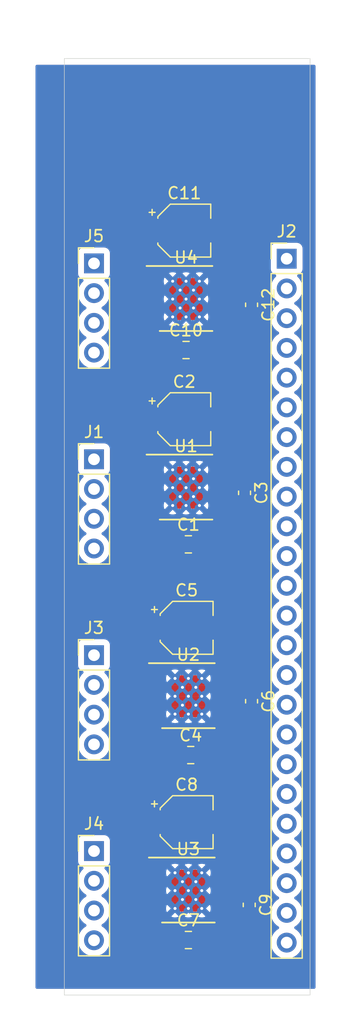
<source format=kicad_pcb>
(kicad_pcb (version 20171130) (host pcbnew 5.1.9-73d0e3b20d~88~ubuntu20.10.1)
  (layers (0 F.Cu signal) (31 B.Cu signal) (34 B.Paste user) (35 F.Paste user) (36 B.SilkS user) (37 F.SilkS user) (38 B.Mask user) (39 F.Mask user) (44 Edge.Cuts user))
  (net 0 "")
  (net 1 +12V)
  (net 2 GND)
  (net 3 "Net-(C3-Pad2)")
  (net 4 /ch1/B1)
  (net 5 /ch1/A2)
  (net 6 /ch1/B2)
  (net 7 /ch1/A1)
  (net 8 "Net-(C6-Pad2)")
  (net 9 "Net-(C9-Pad2)")
  (net 10 "Net-(C12-Pad2)")
  (net 11 B2IN[3])
  (net 12 A2IN[3])
  (net 13 nfault[3])
  (net 14 B2IN[2])
  (net 15 A2IN[2])
  (net 16 nfault[2])
  (net 17 B2IN[1])
  (net 18 A2IN[1])
  (net 19 nfault[1])
  (net 20 B2IN[0])
  (net 21 A2IN[0])
  (net 22 nfault[0])
  (net 23 B1IN[3])
  (net 24 A1IN[3])
  (net 25 nsleep[3])
  (net 26 B1IN[2])
  (net 27 A1IN[2])
  (net 28 nsleep[2])
  (net 29 B1IN[1])
  (net 30 A1IN[1])
  (net 31 nsleep[1])
  (net 32 B1IN[0])
  (net 33 A1IN[0])
  (net 34 nsleep[0])
  (net 35 /sheet604C1C0D/B1)
  (net 36 /sheet604C1C0D/A2)
  (net 37 /sheet604C1C0D/B2)
  (net 38 /sheet604C1C0D/A1)
  (net 39 /sheet604C1CE1/B1)
  (net 40 /sheet604C1CE1/A2)
  (net 41 /sheet604C1CE1/B2)
  (net 42 /sheet604C1CE1/A1)
  (net 43 /sheet604C2040/B1)
  (net 44 /sheet604C2040/A2)
  (net 45 /sheet604C2040/B2)
  (net 46 /sheet604C2040/A1)
  (module Connector_PinHeader_2.54mm:PinHeader_1x04_P2.54mm_Vertical (layer F.Cu) (at 120.533333 72.5)
    (fp_text reference J5 (at 0 -2.33) (layer F.SilkS))
    (fp_text value Conn_01x04_Female)
    (fp_line (start -1.33 8.95) (end 1.33 8.95) (layer F.SilkS) (width 0.12))
    (fp_line (start -1.33 1.27) (end -1.33 8.95) (layer F.SilkS) (width 0.12))
    (fp_line (start 1.33 1.27) (end 1.33 8.95) (layer F.SilkS) (width 0.12))
    (fp_line (start -1.33 1.27) (end 1.33 1.27) (layer F.SilkS) (width 0.12))
    (fp_line (start -1.33 0) (end -1.33 -1.33) (layer F.SilkS) (width 0.12))
    (fp_line (start -1.33 -1.33) (end 0 -1.33) (layer F.SilkS) (width 0.12))
    (pad 4 thru_hole oval (at 0 7.62) (size 1.7 1.7) (drill 1) (layers *.Cu *.Mask) (net 43 /sheet604C2040/B1))
    (pad 3 thru_hole oval (at 0 5.08) (size 1.7 1.7) (drill 1) (layers *.Cu *.Mask) (net 45 /sheet604C2040/B2))
    (pad 2 thru_hole oval (at 0 2.54) (size 1.7 1.7) (drill 1) (layers *.Cu *.Mask) (net 44 /sheet604C2040/A2))
    (pad 1 thru_hole rect (at 0 0) (size 1.7 1.7) (drill 1) (layers *.Cu *.Mask) (net 46 /sheet604C2040/A1))
  )
  (module Connector_PinHeader_2.54mm:PinHeader_1x04_P2.54mm_Vertical (layer F.Cu) (at 120.533333 122.7)
    (fp_text reference J4 (at 0 -2.33) (layer F.SilkS))
    (fp_text value Conn_01x04_Female)
    (fp_line (start -1.33 8.95) (end 1.33 8.95) (layer F.SilkS) (width 0.12))
    (fp_line (start -1.33 1.27) (end -1.33 8.95) (layer F.SilkS) (width 0.12))
    (fp_line (start 1.33 1.27) (end 1.33 8.95) (layer F.SilkS) (width 0.12))
    (fp_line (start -1.33 1.27) (end 1.33 1.27) (layer F.SilkS) (width 0.12))
    (fp_line (start -1.33 0) (end -1.33 -1.33) (layer F.SilkS) (width 0.12))
    (fp_line (start -1.33 -1.33) (end 0 -1.33) (layer F.SilkS) (width 0.12))
    (pad 4 thru_hole oval (at 0 7.62) (size 1.7 1.7) (drill 1) (layers *.Cu *.Mask) (net 39 /sheet604C1CE1/B1))
    (pad 3 thru_hole oval (at 0 5.08) (size 1.7 1.7) (drill 1) (layers *.Cu *.Mask) (net 41 /sheet604C1CE1/B2))
    (pad 2 thru_hole oval (at 0 2.54) (size 1.7 1.7) (drill 1) (layers *.Cu *.Mask) (net 40 /sheet604C1CE1/A2))
    (pad 1 thru_hole rect (at 0 0) (size 1.7 1.7) (drill 1) (layers *.Cu *.Mask) (net 42 /sheet604C1CE1/A1))
  )
  (module Connector_PinHeader_2.54mm:PinHeader_1x04_P2.54mm_Vertical (layer F.Cu) (at 120.533333 105.966666)
    (fp_text reference J3 (at 0 -2.33) (layer F.SilkS))
    (fp_text value Conn_01x04_Female)
    (fp_line (start -1.33 8.95) (end 1.33 8.95) (layer F.SilkS) (width 0.12))
    (fp_line (start -1.33 1.27) (end -1.33 8.95) (layer F.SilkS) (width 0.12))
    (fp_line (start 1.33 1.27) (end 1.33 8.95) (layer F.SilkS) (width 0.12))
    (fp_line (start -1.33 1.27) (end 1.33 1.27) (layer F.SilkS) (width 0.12))
    (fp_line (start -1.33 0) (end -1.33 -1.33) (layer F.SilkS) (width 0.12))
    (fp_line (start -1.33 -1.33) (end 0 -1.33) (layer F.SilkS) (width 0.12))
    (pad 4 thru_hole oval (at 0 7.62) (size 1.7 1.7) (drill 1) (layers *.Cu *.Mask) (net 35 /sheet604C1C0D/B1))
    (pad 3 thru_hole oval (at 0 5.08) (size 1.7 1.7) (drill 1) (layers *.Cu *.Mask) (net 37 /sheet604C1C0D/B2))
    (pad 2 thru_hole oval (at 0 2.54) (size 1.7 1.7) (drill 1) (layers *.Cu *.Mask) (net 36 /sheet604C1C0D/A2))
    (pad 1 thru_hole rect (at 0 0) (size 1.7 1.7) (drill 1) (layers *.Cu *.Mask) (net 38 /sheet604C1C0D/A1))
  )
  (module Connector_PinHeader_2.54mm:PinHeader_1x24_P2.54mm_Vertical (layer F.Cu) (at 137 72.1)
    (fp_text reference J2 (at 0 -2.33) (layer F.SilkS))
    (fp_text value Conn_01x24)
    (fp_line (start -1.33 59.75) (end 1.33 59.75) (layer F.SilkS) (width 0.12))
    (fp_line (start -1.33 1.27) (end -1.33 59.75) (layer F.SilkS) (width 0.12))
    (fp_line (start 1.33 1.27) (end 1.33 59.75) (layer F.SilkS) (width 0.12))
    (fp_line (start -1.33 1.27) (end 1.33 1.27) (layer F.SilkS) (width 0.12))
    (fp_line (start -1.33 0) (end -1.33 -1.33) (layer F.SilkS) (width 0.12))
    (fp_line (start -1.33 -1.33) (end 0 -1.33) (layer F.SilkS) (width 0.12))
    (pad 24 thru_hole oval (at 0 58.42) (size 1.7 1.7) (drill 1) (layers *.Cu *.Mask) (net 11 B2IN[3]))
    (pad 23 thru_hole oval (at 0 55.88) (size 1.7 1.7) (drill 1) (layers *.Cu *.Mask) (net 23 B1IN[3]))
    (pad 22 thru_hole oval (at 0 53.34) (size 1.7 1.7) (drill 1) (layers *.Cu *.Mask) (net 12 A2IN[3]))
    (pad 21 thru_hole oval (at 0 50.8) (size 1.7 1.7) (drill 1) (layers *.Cu *.Mask) (net 24 A1IN[3]))
    (pad 20 thru_hole oval (at 0 48.26) (size 1.7 1.7) (drill 1) (layers *.Cu *.Mask) (net 13 nfault[3]))
    (pad 19 thru_hole oval (at 0 45.72) (size 1.7 1.7) (drill 1) (layers *.Cu *.Mask) (net 25 nsleep[3]))
    (pad 18 thru_hole oval (at 0 43.18) (size 1.7 1.7) (drill 1) (layers *.Cu *.Mask) (net 14 B2IN[2]))
    (pad 17 thru_hole oval (at 0 40.64) (size 1.7 1.7) (drill 1) (layers *.Cu *.Mask) (net 26 B1IN[2]))
    (pad 16 thru_hole oval (at 0 38.1) (size 1.7 1.7) (drill 1) (layers *.Cu *.Mask) (net 15 A2IN[2]))
    (pad 15 thru_hole oval (at 0 35.56) (size 1.7 1.7) (drill 1) (layers *.Cu *.Mask) (net 27 A1IN[2]))
    (pad 14 thru_hole oval (at 0 33.02) (size 1.7 1.7) (drill 1) (layers *.Cu *.Mask) (net 16 nfault[2]))
    (pad 13 thru_hole oval (at 0 30.48) (size 1.7 1.7) (drill 1) (layers *.Cu *.Mask) (net 28 nsleep[2]))
    (pad 12 thru_hole oval (at 0 27.94) (size 1.7 1.7) (drill 1) (layers *.Cu *.Mask) (net 17 B2IN[1]))
    (pad 11 thru_hole oval (at 0 25.4) (size 1.7 1.7) (drill 1) (layers *.Cu *.Mask) (net 29 B1IN[1]))
    (pad 10 thru_hole oval (at 0 22.86) (size 1.7 1.7) (drill 1) (layers *.Cu *.Mask) (net 18 A2IN[1]))
    (pad 9 thru_hole oval (at 0 20.32) (size 1.7 1.7) (drill 1) (layers *.Cu *.Mask) (net 30 A1IN[1]))
    (pad 8 thru_hole oval (at 0 17.78) (size 1.7 1.7) (drill 1) (layers *.Cu *.Mask) (net 19 nfault[1]))
    (pad 7 thru_hole oval (at 0 15.24) (size 1.7 1.7) (drill 1) (layers *.Cu *.Mask) (net 31 nsleep[1]))
    (pad 6 thru_hole oval (at 0 12.7) (size 1.7 1.7) (drill 1) (layers *.Cu *.Mask) (net 20 B2IN[0]))
    (pad 5 thru_hole oval (at 0 10.16) (size 1.7 1.7) (drill 1) (layers *.Cu *.Mask) (net 32 B1IN[0]))
    (pad 4 thru_hole oval (at 0 7.62) (size 1.7 1.7) (drill 1) (layers *.Cu *.Mask) (net 21 A2IN[0]))
    (pad 3 thru_hole oval (at 0 5.08) (size 1.7 1.7) (drill 1) (layers *.Cu *.Mask) (net 33 A1IN[0]))
    (pad 2 thru_hole oval (at 0 2.54) (size 1.7 1.7) (drill 1) (layers *.Cu *.Mask) (net 22 nfault[0]))
    (pad 1 thru_hole rect (at 0 0) (size 1.7 1.7) (drill 1) (layers *.Cu *.Mask) (net 34 nsleep[0]))
  )
  (module Connector_PinHeader_2.54mm:PinHeader_1x04_P2.54mm_Vertical (layer F.Cu) (at 120.533333 89.233333)
    (fp_text reference J1 (at 0 -2.33) (layer F.SilkS))
    (fp_text value Conn_01x04_Female)
    (fp_line (start -1.33 8.95) (end 1.33 8.95) (layer F.SilkS) (width 0.12))
    (fp_line (start -1.33 1.27) (end -1.33 8.95) (layer F.SilkS) (width 0.12))
    (fp_line (start 1.33 1.27) (end 1.33 8.95) (layer F.SilkS) (width 0.12))
    (fp_line (start -1.33 1.27) (end 1.33 1.27) (layer F.SilkS) (width 0.12))
    (fp_line (start -1.33 0) (end -1.33 -1.33) (layer F.SilkS) (width 0.12))
    (fp_line (start -1.33 -1.33) (end 0 -1.33) (layer F.SilkS) (width 0.12))
    (pad 4 thru_hole oval (at 0 7.62) (size 1.7 1.7) (drill 1) (layers *.Cu *.Mask) (net 4 /ch1/B1))
    (pad 3 thru_hole oval (at 0 5.08) (size 1.7 1.7) (drill 1) (layers *.Cu *.Mask) (net 6 /ch1/B2))
    (pad 2 thru_hole oval (at 0 2.54) (size 1.7 1.7) (drill 1) (layers *.Cu *.Mask) (net 5 /ch1/A2))
    (pad 1 thru_hole rect (at 0 0) (size 1.7 1.7) (drill 1) (layers *.Cu *.Mask) (net 7 /ch1/A1))
  )
  (module tachi:TSSOP-16-1EP_4.4x5mm_P0.65mm (layer F.Cu) (at 128.4 75.547666)
    (fp_text reference U4 (at 0 -3.55) (layer F.SilkS))
    (fp_text value DRV8848)
    (fp_line (start -2.25 2.725) (end 2.25 2.725) (layer F.SilkS) (width 0.15))
    (fp_line (start -3.375 -2.825) (end 2.25 -2.825) (layer F.SilkS) (width 0.15))
    (pad 17 thru_hole circle (at 1.143 1.524) (size 0.508 0.508) (drill 0.254) (layers *.Cu *.Mask) (net 2 GND))
    (pad 17 thru_hole circle (at 0 0) (size 0.508 0.508) (drill 0.254) (layers *.Cu *.Mask) (net 2 GND))
    (pad 17 thru_hole circle (at -1.143 0) (size 0.508 0.508) (drill 0.254) (layers *.Cu *.Mask) (net 2 GND))
    (pad 17 thru_hole circle (at 1.143 0) (size 0.508 0.508) (drill 0.254) (layers *.Cu *.Mask) (net 2 GND))
    (pad 17 thru_hole circle (at 1.143 -1.524) (size 0.508 0.508) (drill 0.254) (layers *.Cu *.Mask) (net 2 GND))
    (pad 17 thru_hole circle (at 0 1.524) (size 0.508 0.508) (drill 0.254) (layers *.Cu *.Mask) (net 2 GND))
    (pad 17 thru_hole circle (at -0.508 -0.762) (size 0.508 0.508) (drill 0.254) (layers *.Cu *.Mask) (net 2 GND))
    (pad 17 thru_hole circle (at -1.143 1.524) (size 0.508 0.508) (drill 0.254) (layers *.Cu *.Mask) (net 2 GND))
    (pad 17 thru_hole circle (at 0.635 0.762) (size 0.508 0.508) (drill 0.254) (layers *.Cu *.Mask) (net 2 GND))
    (pad 17 thru_hole circle (at 0 -1.524) (size 0.508 0.508) (drill 0.254) (layers *.Cu *.Mask) (net 2 GND))
    (pad 17 thru_hole circle (at -0.508 0.762) (size 0.508 0.508) (drill 0.254) (layers *.Cu *.Mask) (net 2 GND))
    (pad 17 thru_hole circle (at 0.635 -0.762) (size 0.508 0.508) (drill 0.254) (layers *.Cu *.Mask) (net 2 GND))
    (pad 17 thru_hole circle (at -1.143 -1.524) (size 0.508 0.508) (drill 0.254) (layers *.Cu *.Mask) (net 2 GND))
    (pad 17 smd rect (at -0.735 -1.3425) (size 1.47 0.895) (layers F.Cu F.Paste F.Mask) (net 2 GND))
    (pad 17 smd rect (at -0.735 -0.4475) (size 1.47 0.895) (layers F.Cu F.Paste F.Mask) (net 2 GND))
    (pad 17 smd rect (at -0.735 0.4475) (size 1.47 0.895) (layers F.Cu F.Paste F.Mask) (net 2 GND))
    (pad 17 smd rect (at -0.735 1.3425) (size 1.47 0.895) (layers F.Cu F.Paste F.Mask) (net 2 GND))
    (pad 17 smd rect (at 0.735 -1.3425) (size 1.47 0.895) (layers F.Cu F.Paste F.Mask) (net 2 GND))
    (pad 17 smd rect (at 0.735 -0.4475) (size 1.47 0.895) (layers F.Cu F.Paste F.Mask) (net 2 GND))
    (pad 17 smd rect (at 0.735 0.4475) (size 1.47 0.895) (layers F.Cu F.Paste F.Mask) (net 2 GND))
    (pad 17 smd rect (at 0.735 1.3425) (size 1.47 0.895) (layers F.Cu F.Paste F.Mask) (net 2 GND))
    (pad 16 smd rect (at 2.775 -2.275) (size 1.05 0.45) (layers F.Cu F.Paste F.Mask) (net 33 A1IN[0]))
    (pad 15 smd rect (at 2.775 -1.625) (size 1.05 0.45) (layers F.Cu F.Paste F.Mask) (net 21 A2IN[0]))
    (pad 14 smd rect (at 2.775 -0.975) (size 1.05 0.45) (layers F.Cu F.Paste F.Mask) (net 10 "Net-(C12-Pad2)"))
    (pad 13 smd rect (at 2.775 -0.325) (size 1.05 0.45) (layers F.Cu F.Paste F.Mask) (net 2 GND))
    (pad 12 smd rect (at 2.775 0.325) (size 1.05 0.45) (layers F.Cu F.Paste F.Mask) (net 1 +12V))
    (pad 11 smd rect (at 2.775 0.975) (size 1.05 0.45) (layers F.Cu F.Paste F.Mask) (net 10 "Net-(C12-Pad2)"))
    (pad 10 smd rect (at 2.775 1.625) (size 1.05 0.45) (layers F.Cu F.Paste F.Mask) (net 20 B2IN[0]))
    (pad 9 smd rect (at 2.775 2.275) (size 1.05 0.45) (layers F.Cu F.Paste F.Mask) (net 32 B1IN[0]))
    (pad 8 smd rect (at -2.775 2.275) (size 1.05 0.45) (layers F.Cu F.Paste F.Mask) (net 22 nfault[0]))
    (pad 7 smd rect (at -2.775 1.625) (size 1.05 0.45) (layers F.Cu F.Paste F.Mask) (net 43 /sheet604C2040/B1))
    (pad 6 smd rect (at -2.775 0.975) (size 1.05 0.45) (layers F.Cu F.Paste F.Mask) (net 2 GND))
    (pad 5 smd rect (at -2.775 0.325) (size 1.05 0.45) (layers F.Cu F.Paste F.Mask) (net 45 /sheet604C2040/B2))
    (pad 4 smd rect (at -2.775 -0.325) (size 1.05 0.45) (layers F.Cu F.Paste F.Mask) (net 44 /sheet604C2040/A2))
    (pad 3 smd rect (at -2.775 -0.975) (size 1.05 0.45) (layers F.Cu F.Paste F.Mask) (net 2 GND))
    (pad 2 smd rect (at -2.775 -1.625) (size 1.05 0.45) (layers F.Cu F.Paste F.Mask) (net 46 /sheet604C2040/A1))
    (pad 1 smd rect (at -2.775 -2.275) (size 1.05 0.45) (layers F.Cu F.Paste F.Mask) (net 34 nsleep[0]))
  )
  (module tachi:TSSOP-16-1EP_4.4x5mm_P0.65mm (layer F.Cu) (at 128.6 126.079658)
    (fp_text reference U3 (at 0 -3.55) (layer F.SilkS))
    (fp_text value DRV8848)
    (fp_line (start -2.25 2.725) (end 2.25 2.725) (layer F.SilkS) (width 0.15))
    (fp_line (start -3.375 -2.825) (end 2.25 -2.825) (layer F.SilkS) (width 0.15))
    (pad 17 thru_hole circle (at 1.143 1.524) (size 0.508 0.508) (drill 0.254) (layers *.Cu *.Mask) (net 2 GND))
    (pad 17 thru_hole circle (at 0 0) (size 0.508 0.508) (drill 0.254) (layers *.Cu *.Mask) (net 2 GND))
    (pad 17 thru_hole circle (at -1.143 0) (size 0.508 0.508) (drill 0.254) (layers *.Cu *.Mask) (net 2 GND))
    (pad 17 thru_hole circle (at 1.143 0) (size 0.508 0.508) (drill 0.254) (layers *.Cu *.Mask) (net 2 GND))
    (pad 17 thru_hole circle (at 1.143 -1.524) (size 0.508 0.508) (drill 0.254) (layers *.Cu *.Mask) (net 2 GND))
    (pad 17 thru_hole circle (at 0 1.524) (size 0.508 0.508) (drill 0.254) (layers *.Cu *.Mask) (net 2 GND))
    (pad 17 thru_hole circle (at -0.508 -0.762) (size 0.508 0.508) (drill 0.254) (layers *.Cu *.Mask) (net 2 GND))
    (pad 17 thru_hole circle (at -1.143 1.524) (size 0.508 0.508) (drill 0.254) (layers *.Cu *.Mask) (net 2 GND))
    (pad 17 thru_hole circle (at 0.635 0.762) (size 0.508 0.508) (drill 0.254) (layers *.Cu *.Mask) (net 2 GND))
    (pad 17 thru_hole circle (at 0 -1.524) (size 0.508 0.508) (drill 0.254) (layers *.Cu *.Mask) (net 2 GND))
    (pad 17 thru_hole circle (at -0.508 0.762) (size 0.508 0.508) (drill 0.254) (layers *.Cu *.Mask) (net 2 GND))
    (pad 17 thru_hole circle (at 0.635 -0.762) (size 0.508 0.508) (drill 0.254) (layers *.Cu *.Mask) (net 2 GND))
    (pad 17 thru_hole circle (at -1.143 -1.524) (size 0.508 0.508) (drill 0.254) (layers *.Cu *.Mask) (net 2 GND))
    (pad 17 smd rect (at -0.735 -1.3425) (size 1.47 0.895) (layers F.Cu F.Paste F.Mask) (net 2 GND))
    (pad 17 smd rect (at -0.735 -0.4475) (size 1.47 0.895) (layers F.Cu F.Paste F.Mask) (net 2 GND))
    (pad 17 smd rect (at -0.735 0.4475) (size 1.47 0.895) (layers F.Cu F.Paste F.Mask) (net 2 GND))
    (pad 17 smd rect (at -0.735 1.3425) (size 1.47 0.895) (layers F.Cu F.Paste F.Mask) (net 2 GND))
    (pad 17 smd rect (at 0.735 -1.3425) (size 1.47 0.895) (layers F.Cu F.Paste F.Mask) (net 2 GND))
    (pad 17 smd rect (at 0.735 -0.4475) (size 1.47 0.895) (layers F.Cu F.Paste F.Mask) (net 2 GND))
    (pad 17 smd rect (at 0.735 0.4475) (size 1.47 0.895) (layers F.Cu F.Paste F.Mask) (net 2 GND))
    (pad 17 smd rect (at 0.735 1.3425) (size 1.47 0.895) (layers F.Cu F.Paste F.Mask) (net 2 GND))
    (pad 16 smd rect (at 2.775 -2.275) (size 1.05 0.45) (layers F.Cu F.Paste F.Mask) (net 24 A1IN[3]))
    (pad 15 smd rect (at 2.775 -1.625) (size 1.05 0.45) (layers F.Cu F.Paste F.Mask) (net 12 A2IN[3]))
    (pad 14 smd rect (at 2.775 -0.975) (size 1.05 0.45) (layers F.Cu F.Paste F.Mask) (net 9 "Net-(C9-Pad2)"))
    (pad 13 smd rect (at 2.775 -0.325) (size 1.05 0.45) (layers F.Cu F.Paste F.Mask) (net 2 GND))
    (pad 12 smd rect (at 2.775 0.325) (size 1.05 0.45) (layers F.Cu F.Paste F.Mask) (net 1 +12V))
    (pad 11 smd rect (at 2.775 0.975) (size 1.05 0.45) (layers F.Cu F.Paste F.Mask) (net 9 "Net-(C9-Pad2)"))
    (pad 10 smd rect (at 2.775 1.625) (size 1.05 0.45) (layers F.Cu F.Paste F.Mask) (net 11 B2IN[3]))
    (pad 9 smd rect (at 2.775 2.275) (size 1.05 0.45) (layers F.Cu F.Paste F.Mask) (net 23 B1IN[3]))
    (pad 8 smd rect (at -2.775 2.275) (size 1.05 0.45) (layers F.Cu F.Paste F.Mask) (net 13 nfault[3]))
    (pad 7 smd rect (at -2.775 1.625) (size 1.05 0.45) (layers F.Cu F.Paste F.Mask) (net 39 /sheet604C1CE1/B1))
    (pad 6 smd rect (at -2.775 0.975) (size 1.05 0.45) (layers F.Cu F.Paste F.Mask) (net 2 GND))
    (pad 5 smd rect (at -2.775 0.325) (size 1.05 0.45) (layers F.Cu F.Paste F.Mask) (net 41 /sheet604C1CE1/B2))
    (pad 4 smd rect (at -2.775 -0.325) (size 1.05 0.45) (layers F.Cu F.Paste F.Mask) (net 40 /sheet604C1CE1/A2))
    (pad 3 smd rect (at -2.775 -0.975) (size 1.05 0.45) (layers F.Cu F.Paste F.Mask) (net 2 GND))
    (pad 2 smd rect (at -2.775 -1.625) (size 1.05 0.45) (layers F.Cu F.Paste F.Mask) (net 42 /sheet604C1CE1/A1))
    (pad 1 smd rect (at -2.775 -2.275) (size 1.05 0.45) (layers F.Cu F.Paste F.Mask) (net 25 nsleep[3]))
  )
  (module tachi:TSSOP-16-1EP_4.4x5mm_P0.65mm (layer F.Cu) (at 128.6 109.47666)
    (fp_text reference U2 (at 0 -3.55) (layer F.SilkS))
    (fp_text value DRV8848)
    (fp_line (start -2.25 2.725) (end 2.25 2.725) (layer F.SilkS) (width 0.15))
    (fp_line (start -3.375 -2.825) (end 2.25 -2.825) (layer F.SilkS) (width 0.15))
    (pad 17 thru_hole circle (at 1.143 1.524) (size 0.508 0.508) (drill 0.254) (layers *.Cu *.Mask) (net 2 GND))
    (pad 17 thru_hole circle (at 0 0) (size 0.508 0.508) (drill 0.254) (layers *.Cu *.Mask) (net 2 GND))
    (pad 17 thru_hole circle (at -1.143 0) (size 0.508 0.508) (drill 0.254) (layers *.Cu *.Mask) (net 2 GND))
    (pad 17 thru_hole circle (at 1.143 0) (size 0.508 0.508) (drill 0.254) (layers *.Cu *.Mask) (net 2 GND))
    (pad 17 thru_hole circle (at 1.143 -1.524) (size 0.508 0.508) (drill 0.254) (layers *.Cu *.Mask) (net 2 GND))
    (pad 17 thru_hole circle (at 0 1.524) (size 0.508 0.508) (drill 0.254) (layers *.Cu *.Mask) (net 2 GND))
    (pad 17 thru_hole circle (at -0.508 -0.762) (size 0.508 0.508) (drill 0.254) (layers *.Cu *.Mask) (net 2 GND))
    (pad 17 thru_hole circle (at -1.143 1.524) (size 0.508 0.508) (drill 0.254) (layers *.Cu *.Mask) (net 2 GND))
    (pad 17 thru_hole circle (at 0.635 0.762) (size 0.508 0.508) (drill 0.254) (layers *.Cu *.Mask) (net 2 GND))
    (pad 17 thru_hole circle (at 0 -1.524) (size 0.508 0.508) (drill 0.254) (layers *.Cu *.Mask) (net 2 GND))
    (pad 17 thru_hole circle (at -0.508 0.762) (size 0.508 0.508) (drill 0.254) (layers *.Cu *.Mask) (net 2 GND))
    (pad 17 thru_hole circle (at 0.635 -0.762) (size 0.508 0.508) (drill 0.254) (layers *.Cu *.Mask) (net 2 GND))
    (pad 17 thru_hole circle (at -1.143 -1.524) (size 0.508 0.508) (drill 0.254) (layers *.Cu *.Mask) (net 2 GND))
    (pad 17 smd rect (at -0.735 -1.3425) (size 1.47 0.895) (layers F.Cu F.Paste F.Mask) (net 2 GND))
    (pad 17 smd rect (at -0.735 -0.4475) (size 1.47 0.895) (layers F.Cu F.Paste F.Mask) (net 2 GND))
    (pad 17 smd rect (at -0.735 0.4475) (size 1.47 0.895) (layers F.Cu F.Paste F.Mask) (net 2 GND))
    (pad 17 smd rect (at -0.735 1.3425) (size 1.47 0.895) (layers F.Cu F.Paste F.Mask) (net 2 GND))
    (pad 17 smd rect (at 0.735 -1.3425) (size 1.47 0.895) (layers F.Cu F.Paste F.Mask) (net 2 GND))
    (pad 17 smd rect (at 0.735 -0.4475) (size 1.47 0.895) (layers F.Cu F.Paste F.Mask) (net 2 GND))
    (pad 17 smd rect (at 0.735 0.4475) (size 1.47 0.895) (layers F.Cu F.Paste F.Mask) (net 2 GND))
    (pad 17 smd rect (at 0.735 1.3425) (size 1.47 0.895) (layers F.Cu F.Paste F.Mask) (net 2 GND))
    (pad 16 smd rect (at 2.775 -2.275) (size 1.05 0.45) (layers F.Cu F.Paste F.Mask) (net 27 A1IN[2]))
    (pad 15 smd rect (at 2.775 -1.625) (size 1.05 0.45) (layers F.Cu F.Paste F.Mask) (net 15 A2IN[2]))
    (pad 14 smd rect (at 2.775 -0.975) (size 1.05 0.45) (layers F.Cu F.Paste F.Mask) (net 8 "Net-(C6-Pad2)"))
    (pad 13 smd rect (at 2.775 -0.325) (size 1.05 0.45) (layers F.Cu F.Paste F.Mask) (net 2 GND))
    (pad 12 smd rect (at 2.775 0.325) (size 1.05 0.45) (layers F.Cu F.Paste F.Mask) (net 1 +12V))
    (pad 11 smd rect (at 2.775 0.975) (size 1.05 0.45) (layers F.Cu F.Paste F.Mask) (net 8 "Net-(C6-Pad2)"))
    (pad 10 smd rect (at 2.775 1.625) (size 1.05 0.45) (layers F.Cu F.Paste F.Mask) (net 14 B2IN[2]))
    (pad 9 smd rect (at 2.775 2.275) (size 1.05 0.45) (layers F.Cu F.Paste F.Mask) (net 26 B1IN[2]))
    (pad 8 smd rect (at -2.775 2.275) (size 1.05 0.45) (layers F.Cu F.Paste F.Mask) (net 16 nfault[2]))
    (pad 7 smd rect (at -2.775 1.625) (size 1.05 0.45) (layers F.Cu F.Paste F.Mask) (net 35 /sheet604C1C0D/B1))
    (pad 6 smd rect (at -2.775 0.975) (size 1.05 0.45) (layers F.Cu F.Paste F.Mask) (net 2 GND))
    (pad 5 smd rect (at -2.775 0.325) (size 1.05 0.45) (layers F.Cu F.Paste F.Mask) (net 37 /sheet604C1C0D/B2))
    (pad 4 smd rect (at -2.775 -0.325) (size 1.05 0.45) (layers F.Cu F.Paste F.Mask) (net 36 /sheet604C1C0D/A2))
    (pad 3 smd rect (at -2.775 -0.975) (size 1.05 0.45) (layers F.Cu F.Paste F.Mask) (net 2 GND))
    (pad 2 smd rect (at -2.775 -1.625) (size 1.05 0.45) (layers F.Cu F.Paste F.Mask) (net 38 /sheet604C1C0D/A1))
    (pad 1 smd rect (at -2.775 -2.275) (size 1.05 0.45) (layers F.Cu F.Paste F.Mask) (net 28 nsleep[2]))
  )
  (module Capacitor_SMD:C_0603_1608Metric_Pad1.08x0.95mm_HandSolder (layer F.Cu) (at 134 76.0375 270)
    (fp_text reference C12 (at 0 -1.43 90) (layer F.SilkS))
    (fp_text value 2.2uF)
    (fp_line (start -0.146267 -0.51) (end 0.146267 -0.51) (layer F.SilkS) (width 0.12))
    (fp_line (start -0.146267 0.51) (end 0.146267 0.51) (layer F.SilkS) (width 0.12))
    (pad 2 smd roundrect (at 0.8625 0 270) (size 1.075 0.95) (layers F.Cu F.Paste F.Mask) (net 10 "Net-(C12-Pad2)"))
    (pad 1 smd roundrect (at -0.8625 0 270) (size 1.075 0.95) (layers F.Cu F.Paste F.Mask) (net 2 GND))
  )
  (module Capacitor_SMD:CP_Elec_4x5.4 (layer F.Cu) (at 128.25 69.7)
    (fp_text reference C11 (at 0 -3.2) (layer F.SilkS))
    (fp_text value 10uF)
    (fp_line (start 2.26 2.26) (end 2.26 1.06) (layer F.SilkS) (width 0.12))
    (fp_line (start 2.26 -2.26) (end 2.26 -1.06) (layer F.SilkS) (width 0.12))
    (fp_line (start -1.195563 -2.26) (end 2.26 -2.26) (layer F.SilkS) (width 0.12))
    (fp_line (start -1.195563 2.26) (end 2.26 2.26) (layer F.SilkS) (width 0.12))
    (fp_line (start -2.26 1.195563) (end -2.26 1.06) (layer F.SilkS) (width 0.12))
    (fp_line (start -2.26 -1.195563) (end -2.26 -1.06) (layer F.SilkS) (width 0.12))
    (fp_line (start -2.26 -1.195563) (end -1.195563 -2.26) (layer F.SilkS) (width 0.12))
    (fp_line (start -2.26 1.195563) (end -1.195563 2.26) (layer F.SilkS) (width 0.12))
    (fp_line (start -3 -1.56) (end -2.5 -1.56) (layer F.SilkS) (width 0.12))
    (fp_line (start -2.75 -1.81) (end -2.75 -1.31) (layer F.SilkS) (width 0.12))
    (pad 2 smd roundrect (at 1.8 0) (size 2.6 1.6) (layers F.Cu F.Paste F.Mask) (roundrect_rratio 0.15625) (net 1 +12V))
    (pad 1 smd roundrect (at -1.8 0) (size 2.6 1.6) (layers F.Cu F.Paste F.Mask) (roundrect_rratio 0.15625) (net 2 GND))
  )
  (module Capacitor_SMD:C_0805_2012Metric (layer F.Cu) (at 128.4 79.9)
    (fp_text reference C10 (at 0 -1.68) (layer F.SilkS))
    (fp_text value 0.1uF)
    (fp_line (start -0.261252 -0.735) (end 0.261252 -0.735) (layer F.SilkS) (width 0.12))
    (fp_line (start -0.261252 0.735) (end 0.261252 0.735) (layer F.SilkS) (width 0.12))
    (pad 2 smd roundrect (at 0.95 0) (size 1 1.45) (layers F.Cu F.Paste F.Mask) (net 1 +12V))
    (pad 1 smd roundrect (at -0.95 0) (size 1 1.45) (layers F.Cu F.Paste F.Mask) (net 2 GND))
  )
  (module Capacitor_SMD:C_0603_1608Metric_Pad1.08x0.95mm_HandSolder (layer F.Cu) (at 133.8 127.3 270)
    (fp_text reference C9 (at 0 -1.43 90) (layer F.SilkS))
    (fp_text value 2.2uF)
    (fp_line (start -0.146267 -0.51) (end 0.146267 -0.51) (layer F.SilkS) (width 0.12))
    (fp_line (start -0.146267 0.51) (end 0.146267 0.51) (layer F.SilkS) (width 0.12))
    (pad 2 smd roundrect (at 0.8625 0 270) (size 1.075 0.95) (layers F.Cu F.Paste F.Mask) (net 9 "Net-(C9-Pad2)"))
    (pad 1 smd roundrect (at -0.8625 0 270) (size 1.075 0.95) (layers F.Cu F.Paste F.Mask) (net 2 GND))
  )
  (module Capacitor_SMD:CP_Elec_4x5.4 (layer F.Cu) (at 128.45 120.231992)
    (fp_text reference C8 (at 0 -3.2) (layer F.SilkS))
    (fp_text value 10uF)
    (fp_line (start 2.26 2.26) (end 2.26 1.06) (layer F.SilkS) (width 0.12))
    (fp_line (start 2.26 -2.26) (end 2.26 -1.06) (layer F.SilkS) (width 0.12))
    (fp_line (start -1.195563 -2.26) (end 2.26 -2.26) (layer F.SilkS) (width 0.12))
    (fp_line (start -1.195563 2.26) (end 2.26 2.26) (layer F.SilkS) (width 0.12))
    (fp_line (start -2.26 1.195563) (end -2.26 1.06) (layer F.SilkS) (width 0.12))
    (fp_line (start -2.26 -1.195563) (end -2.26 -1.06) (layer F.SilkS) (width 0.12))
    (fp_line (start -2.26 -1.195563) (end -1.195563 -2.26) (layer F.SilkS) (width 0.12))
    (fp_line (start -2.26 1.195563) (end -1.195563 2.26) (layer F.SilkS) (width 0.12))
    (fp_line (start -3 -1.56) (end -2.5 -1.56) (layer F.SilkS) (width 0.12))
    (fp_line (start -2.75 -1.81) (end -2.75 -1.31) (layer F.SilkS) (width 0.12))
    (pad 2 smd roundrect (at 1.8 0) (size 2.6 1.6) (layers F.Cu F.Paste F.Mask) (roundrect_rratio 0.15625) (net 1 +12V))
    (pad 1 smd roundrect (at -1.8 0) (size 2.6 1.6) (layers F.Cu F.Paste F.Mask) (roundrect_rratio 0.15625) (net 2 GND))
  )
  (module Capacitor_SMD:C_0805_2012Metric (layer F.Cu) (at 128.6 130.3)
    (fp_text reference C7 (at 0 -1.68) (layer F.SilkS))
    (fp_text value 0.1uF)
    (fp_line (start -0.261252 -0.735) (end 0.261252 -0.735) (layer F.SilkS) (width 0.12))
    (fp_line (start -0.261252 0.735) (end 0.261252 0.735) (layer F.SilkS) (width 0.12))
    (pad 2 smd roundrect (at 0.95 0) (size 1 1.45) (layers F.Cu F.Paste F.Mask) (net 1 +12V))
    (pad 1 smd roundrect (at -0.95 0) (size 1 1.45) (layers F.Cu F.Paste F.Mask) (net 2 GND))
  )
  (module Capacitor_SMD:C_0603_1608Metric_Pad1.08x0.95mm_HandSolder (layer F.Cu) (at 134 109.9 270)
    (fp_text reference C6 (at 0 -1.43 90) (layer F.SilkS))
    (fp_text value 2.2uF)
    (fp_line (start -0.146267 -0.51) (end 0.146267 -0.51) (layer F.SilkS) (width 0.12))
    (fp_line (start -0.146267 0.51) (end 0.146267 0.51) (layer F.SilkS) (width 0.12))
    (pad 2 smd roundrect (at 0.8625 0 270) (size 1.075 0.95) (layers F.Cu F.Paste F.Mask) (net 8 "Net-(C6-Pad2)"))
    (pad 1 smd roundrect (at -0.8625 0 270) (size 1.075 0.95) (layers F.Cu F.Paste F.Mask) (net 2 GND))
  )
  (module Capacitor_SMD:CP_Elec_4x5.4 (layer F.Cu) (at 128.45 103.628994)
    (fp_text reference C5 (at 0 -3.2) (layer F.SilkS))
    (fp_text value 10uF)
    (fp_line (start 2.26 2.26) (end 2.26 1.06) (layer F.SilkS) (width 0.12))
    (fp_line (start 2.26 -2.26) (end 2.26 -1.06) (layer F.SilkS) (width 0.12))
    (fp_line (start -1.195563 -2.26) (end 2.26 -2.26) (layer F.SilkS) (width 0.12))
    (fp_line (start -1.195563 2.26) (end 2.26 2.26) (layer F.SilkS) (width 0.12))
    (fp_line (start -2.26 1.195563) (end -2.26 1.06) (layer F.SilkS) (width 0.12))
    (fp_line (start -2.26 -1.195563) (end -2.26 -1.06) (layer F.SilkS) (width 0.12))
    (fp_line (start -2.26 -1.195563) (end -1.195563 -2.26) (layer F.SilkS) (width 0.12))
    (fp_line (start -2.26 1.195563) (end -1.195563 2.26) (layer F.SilkS) (width 0.12))
    (fp_line (start -3 -1.56) (end -2.5 -1.56) (layer F.SilkS) (width 0.12))
    (fp_line (start -2.75 -1.81) (end -2.75 -1.31) (layer F.SilkS) (width 0.12))
    (pad 2 smd roundrect (at 1.8 0) (size 2.6 1.6) (layers F.Cu F.Paste F.Mask) (roundrect_rratio 0.15625) (net 1 +12V))
    (pad 1 smd roundrect (at -1.8 0) (size 2.6 1.6) (layers F.Cu F.Paste F.Mask) (roundrect_rratio 0.15625) (net 2 GND))
  )
  (module Capacitor_SMD:C_0805_2012Metric (layer F.Cu) (at 128.8 114.5)
    (fp_text reference C4 (at 0 -1.68) (layer F.SilkS))
    (fp_text value 0.1uF)
    (fp_line (start -0.261252 -0.735) (end 0.261252 -0.735) (layer F.SilkS) (width 0.12))
    (fp_line (start -0.261252 0.735) (end 0.261252 0.735) (layer F.SilkS) (width 0.12))
    (pad 2 smd roundrect (at 0.95 0) (size 1 1.45) (layers F.Cu F.Paste F.Mask) (net 1 +12V))
    (pad 1 smd roundrect (at -0.95 0) (size 1 1.45) (layers F.Cu F.Paste F.Mask) (net 2 GND))
  )
  (module tachi:TSSOP-16-1EP_4.4x5mm_P0.65mm (layer F.Cu) (at 128.4 91.65833)
    (fp_text reference U1 (at 0 -3.55) (layer F.SilkS))
    (fp_text value DRV8848)
    (fp_line (start -2.25 2.725) (end 2.25 2.725) (layer F.SilkS) (width 0.15))
    (fp_line (start -3.375 -2.825) (end 2.25 -2.825) (layer F.SilkS) (width 0.15))
    (pad 17 thru_hole circle (at 1.143 1.524) (size 0.508 0.508) (drill 0.254) (layers *.Cu *.Mask) (net 2 GND))
    (pad 17 thru_hole circle (at 0 0) (size 0.508 0.508) (drill 0.254) (layers *.Cu *.Mask) (net 2 GND))
    (pad 17 thru_hole circle (at -1.143 0) (size 0.508 0.508) (drill 0.254) (layers *.Cu *.Mask) (net 2 GND))
    (pad 17 thru_hole circle (at 1.143 0) (size 0.508 0.508) (drill 0.254) (layers *.Cu *.Mask) (net 2 GND))
    (pad 17 thru_hole circle (at 1.143 -1.524) (size 0.508 0.508) (drill 0.254) (layers *.Cu *.Mask) (net 2 GND))
    (pad 17 thru_hole circle (at 0 1.524) (size 0.508 0.508) (drill 0.254) (layers *.Cu *.Mask) (net 2 GND))
    (pad 17 thru_hole circle (at -0.508 -0.762) (size 0.508 0.508) (drill 0.254) (layers *.Cu *.Mask) (net 2 GND))
    (pad 17 thru_hole circle (at -1.143 1.524) (size 0.508 0.508) (drill 0.254) (layers *.Cu *.Mask) (net 2 GND))
    (pad 17 thru_hole circle (at 0.635 0.762) (size 0.508 0.508) (drill 0.254) (layers *.Cu *.Mask) (net 2 GND))
    (pad 17 thru_hole circle (at 0 -1.524) (size 0.508 0.508) (drill 0.254) (layers *.Cu *.Mask) (net 2 GND))
    (pad 17 thru_hole circle (at -0.508 0.762) (size 0.508 0.508) (drill 0.254) (layers *.Cu *.Mask) (net 2 GND))
    (pad 17 thru_hole circle (at 0.635 -0.762) (size 0.508 0.508) (drill 0.254) (layers *.Cu *.Mask) (net 2 GND))
    (pad 17 thru_hole circle (at -1.143 -1.524) (size 0.508 0.508) (drill 0.254) (layers *.Cu *.Mask) (net 2 GND))
    (pad 17 smd rect (at -0.735 -1.3425) (size 1.47 0.895) (layers F.Cu F.Paste F.Mask) (net 2 GND))
    (pad 17 smd rect (at -0.735 -0.4475) (size 1.47 0.895) (layers F.Cu F.Paste F.Mask) (net 2 GND))
    (pad 17 smd rect (at -0.735 0.4475) (size 1.47 0.895) (layers F.Cu F.Paste F.Mask) (net 2 GND))
    (pad 17 smd rect (at -0.735 1.3425) (size 1.47 0.895) (layers F.Cu F.Paste F.Mask) (net 2 GND))
    (pad 17 smd rect (at 0.735 -1.3425) (size 1.47 0.895) (layers F.Cu F.Paste F.Mask) (net 2 GND))
    (pad 17 smd rect (at 0.735 -0.4475) (size 1.47 0.895) (layers F.Cu F.Paste F.Mask) (net 2 GND))
    (pad 17 smd rect (at 0.735 0.4475) (size 1.47 0.895) (layers F.Cu F.Paste F.Mask) (net 2 GND))
    (pad 17 smd rect (at 0.735 1.3425) (size 1.47 0.895) (layers F.Cu F.Paste F.Mask) (net 2 GND))
    (pad 16 smd rect (at 2.775 -2.275) (size 1.05 0.45) (layers F.Cu F.Paste F.Mask) (net 30 A1IN[1]))
    (pad 15 smd rect (at 2.775 -1.625) (size 1.05 0.45) (layers F.Cu F.Paste F.Mask) (net 18 A2IN[1]))
    (pad 14 smd rect (at 2.775 -0.975) (size 1.05 0.45) (layers F.Cu F.Paste F.Mask) (net 3 "Net-(C3-Pad2)"))
    (pad 13 smd rect (at 2.775 -0.325) (size 1.05 0.45) (layers F.Cu F.Paste F.Mask) (net 2 GND))
    (pad 12 smd rect (at 2.775 0.325) (size 1.05 0.45) (layers F.Cu F.Paste F.Mask) (net 1 +12V))
    (pad 11 smd rect (at 2.775 0.975) (size 1.05 0.45) (layers F.Cu F.Paste F.Mask) (net 3 "Net-(C3-Pad2)"))
    (pad 10 smd rect (at 2.775 1.625) (size 1.05 0.45) (layers F.Cu F.Paste F.Mask) (net 17 B2IN[1]))
    (pad 9 smd rect (at 2.775 2.275) (size 1.05 0.45) (layers F.Cu F.Paste F.Mask) (net 29 B1IN[1]))
    (pad 8 smd rect (at -2.775 2.275) (size 1.05 0.45) (layers F.Cu F.Paste F.Mask) (net 19 nfault[1]))
    (pad 7 smd rect (at -2.775 1.625) (size 1.05 0.45) (layers F.Cu F.Paste F.Mask) (net 4 /ch1/B1))
    (pad 6 smd rect (at -2.775 0.975) (size 1.05 0.45) (layers F.Cu F.Paste F.Mask) (net 2 GND))
    (pad 5 smd rect (at -2.775 0.325) (size 1.05 0.45) (layers F.Cu F.Paste F.Mask) (net 6 /ch1/B2))
    (pad 4 smd rect (at -2.775 -0.325) (size 1.05 0.45) (layers F.Cu F.Paste F.Mask) (net 5 /ch1/A2))
    (pad 3 smd rect (at -2.775 -0.975) (size 1.05 0.45) (layers F.Cu F.Paste F.Mask) (net 2 GND))
    (pad 2 smd rect (at -2.775 -1.625) (size 1.05 0.45) (layers F.Cu F.Paste F.Mask) (net 7 /ch1/A1))
    (pad 1 smd rect (at -2.775 -2.275) (size 1.05 0.45) (layers F.Cu F.Paste F.Mask) (net 31 nsleep[1]))
  )
  (module Capacitor_SMD:C_0603_1608Metric_Pad1.08x0.95mm_HandSolder (layer F.Cu) (at 133.4 92.1 270)
    (fp_text reference C3 (at 0 -1.43 90) (layer F.SilkS))
    (fp_text value 2.2uF)
    (fp_line (start -0.146267 -0.51) (end 0.146267 -0.51) (layer F.SilkS) (width 0.12))
    (fp_line (start -0.146267 0.51) (end 0.146267 0.51) (layer F.SilkS) (width 0.12))
    (pad 2 smd roundrect (at 0.8625 0 270) (size 1.075 0.95) (layers F.Cu F.Paste F.Mask) (net 3 "Net-(C3-Pad2)"))
    (pad 1 smd roundrect (at -0.8625 0 270) (size 1.075 0.95) (layers F.Cu F.Paste F.Mask) (net 2 GND))
  )
  (module Capacitor_SMD:CP_Elec_4x5.4 (layer F.Cu) (at 128.25 85.810664)
    (fp_text reference C2 (at 0 -3.2) (layer F.SilkS))
    (fp_text value 10uF)
    (fp_line (start 2.26 2.26) (end 2.26 1.06) (layer F.SilkS) (width 0.12))
    (fp_line (start 2.26 -2.26) (end 2.26 -1.06) (layer F.SilkS) (width 0.12))
    (fp_line (start -1.195563 -2.26) (end 2.26 -2.26) (layer F.SilkS) (width 0.12))
    (fp_line (start -1.195563 2.26) (end 2.26 2.26) (layer F.SilkS) (width 0.12))
    (fp_line (start -2.26 1.195563) (end -2.26 1.06) (layer F.SilkS) (width 0.12))
    (fp_line (start -2.26 -1.195563) (end -2.26 -1.06) (layer F.SilkS) (width 0.12))
    (fp_line (start -2.26 -1.195563) (end -1.195563 -2.26) (layer F.SilkS) (width 0.12))
    (fp_line (start -2.26 1.195563) (end -1.195563 2.26) (layer F.SilkS) (width 0.12))
    (fp_line (start -3 -1.56) (end -2.5 -1.56) (layer F.SilkS) (width 0.12))
    (fp_line (start -2.75 -1.81) (end -2.75 -1.31) (layer F.SilkS) (width 0.12))
    (pad 2 smd roundrect (at 1.8 0) (size 2.6 1.6) (layers F.Cu F.Paste F.Mask) (roundrect_rratio 0.15625) (net 1 +12V))
    (pad 1 smd roundrect (at -1.8 0) (size 2.6 1.6) (layers F.Cu F.Paste F.Mask) (roundrect_rratio 0.15625) (net 2 GND))
  )
  (module Capacitor_SMD:C_0805_2012Metric (layer F.Cu) (at 128.6 96.5)
    (fp_text reference C1 (at 0 -1.68) (layer F.SilkS))
    (fp_text value 0.1uF)
    (fp_line (start -0.261252 -0.735) (end 0.261252 -0.735) (layer F.SilkS) (width 0.12))
    (fp_line (start -0.261252 0.735) (end 0.261252 0.735) (layer F.SilkS) (width 0.12))
    (pad 2 smd roundrect (at 0.95 0) (size 1 1.45) (layers F.Cu F.Paste F.Mask) (net 1 +12V))
    (pad 1 smd roundrect (at -0.95 0) (size 1 1.45) (layers F.Cu F.Paste F.Mask) (net 2 GND))
  )
  (gr_line (start 139 55) (end 118 55) (layer Edge.Cuts) (width 0.05))
  (gr_line (start 139 135) (end 118 135) (layer Edge.Cuts) (width 0.05))
  (gr_line (start 139 135) (end 139 55) (layer Edge.Cuts) (width 0.05))
  (gr_line (start 118 135) (end 118 55) (layer Edge.Cuts) (width 0.05))
  (zone (net 1) (net_name +12V) (layer F.Cu) (connect_pads (clearance 0.508)) (min_thickness 0.254) (fill yes (arc_segments 32) (thermal_gap 0.508) (thermal_bridge_width 0.508))
    (polygon (pts (xy 142.5 137.5) (xy 112.5 137.5) (xy 112.5 50) (xy 142.5 50)))
  )
  (zone (net 2) (net_name GND) (layer B.Cu) (connect_pads (clearance 0.508)) (min_thickness 0.254) (fill yes (arc_segments 32) (thermal_gap 0.508) (thermal_bridge_width 0.508))
    (polygon (pts (xy 142.5 137.5) (xy 112.5 137.5) (xy 112.5 50) (xy 142.5 50)))
  )
)
</source>
